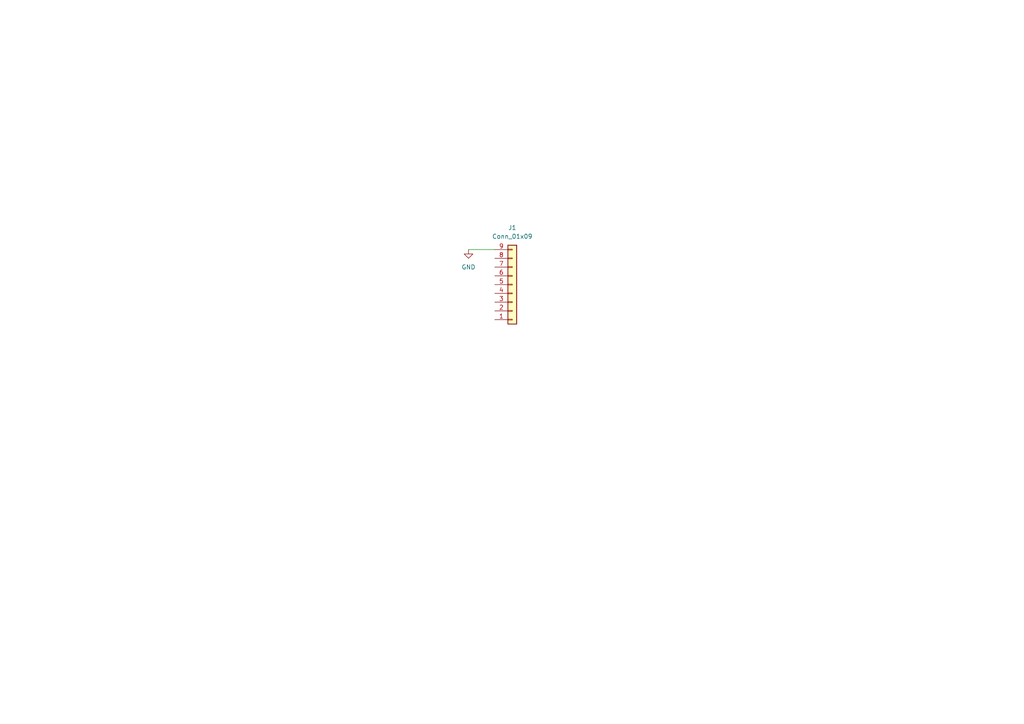
<source format=kicad_sch>
(kicad_sch (version 20230121) (generator eeschema)
  (paper "A4")
  (lib_symbols
    (symbol "Connector_Generic:Conn_01x09" (pin_names (offset 1.016) hide)
      (property "Reference" "J" (at 0 12.7 0))
      (property "Value" "Conn_01x09" (at 0 -12.7 0))
      (symbol "Conn_01x09_1_1"
        (rectangle (start -1.27 -10.033) (end 0 -10.287) (stroke (width 0.1524)))
        (rectangle (start -1.27 -7.493) (end 0 -7.747) (stroke (width 0.1524)))
        (rectangle (start -1.27 -4.953) (end 0 -5.207) (stroke (width 0.1524)))
        (rectangle (start -1.27 -2.413) (end 0 -2.667) (stroke (width 0.1524)))
        (rectangle (start -1.27 0.127) (end 0 -0.127) (stroke (width 0.1524)))
        (rectangle (start -1.27 2.667) (end 0 2.413) (stroke (width 0.1524)))
        (rectangle (start -1.27 5.207) (end 0 4.953) (stroke (width 0.1524)))
        (rectangle (start -1.27 7.747) (end 0 7.493) (stroke (width 0.1524)))
        (rectangle (start -1.27 10.287) (end 0 10.033) (stroke (width 0.1524)))
        (rectangle (start -1.27 11.43) (end 1.27 -11.43) (stroke (width 0.254)) (fill (type background)))
        (pin passive line (at -5.08 10.16 0) (length 3.81) (name "Pin_1") (number "1"))
        (pin passive line (at -5.08 7.62 0) (length 3.81) (name "Pin_2") (number "2"))
        (pin passive line (at -5.08 5.08 0) (length 3.81) (name "Pin_3") (number "3"))
        (pin passive line (at -5.08 2.54 0) (length 3.81) (name "Pin_4") (number "4"))
        (pin passive line (at -5.08 0 0) (length 3.81) (name "Pin_5") (number "5"))
        (pin passive line (at -5.08 -2.54 0) (length 3.81) (name "Pin_6") (number "6"))
        (pin passive line (at -5.08 -5.08 0) (length 3.81) (name "Pin_7") (number "7"))
        (pin passive line (at -5.08 -7.62 0) (length 3.81) (name "Pin_8") (number "8"))
        (pin passive line (at -5.08 -10.16 0) (length 3.81) (name "Pin_9") (number "9"))
      )
    )
    (symbol "power:GND" (power) (pin_names (offset 0))
      (property "Value" "GND" (at 0 -3.81 0))
      (symbol "GND_0_1"
        (polyline (pts (xy 0 0) (xy 0 -1.27) (xy 1.27 -1.27) (xy 0 -2.54) (xy -1.27 -1.27) (xy 0 -1.27)))
      )
      (symbol "GND_1_1"
        (pin power_in line (at 0 0 270) (length 0) hide (name "GND") (number "1"))
      )
    )
  )
  (wire (pts (xy 135.89 72.39) (xy 143.51 72.39)))
  (symbol (lib_id "power:GND") (at 135.89 72.39 0) (unit 1)
    (property "Reference" "#PWR01" (effects hide))
    (property "Value" "GND" (at 135.89 77.47 0))
  )
  (symbol (lib_id "Connector_Generic:Conn_01x09") (at 148.59 82.55 0) (mirror x) (unit 1)
    (property "Reference" "J1" (at 148.59 66.04 0))
    (property "Value" "Conn_01x09" (at 148.59 68.58 0))
    (property "Footprint" "Connector_PinHeader_2.54mm:PinHeader_1x09_P2.54mm_Vertical" (effects hide))
  )
)
</source>
